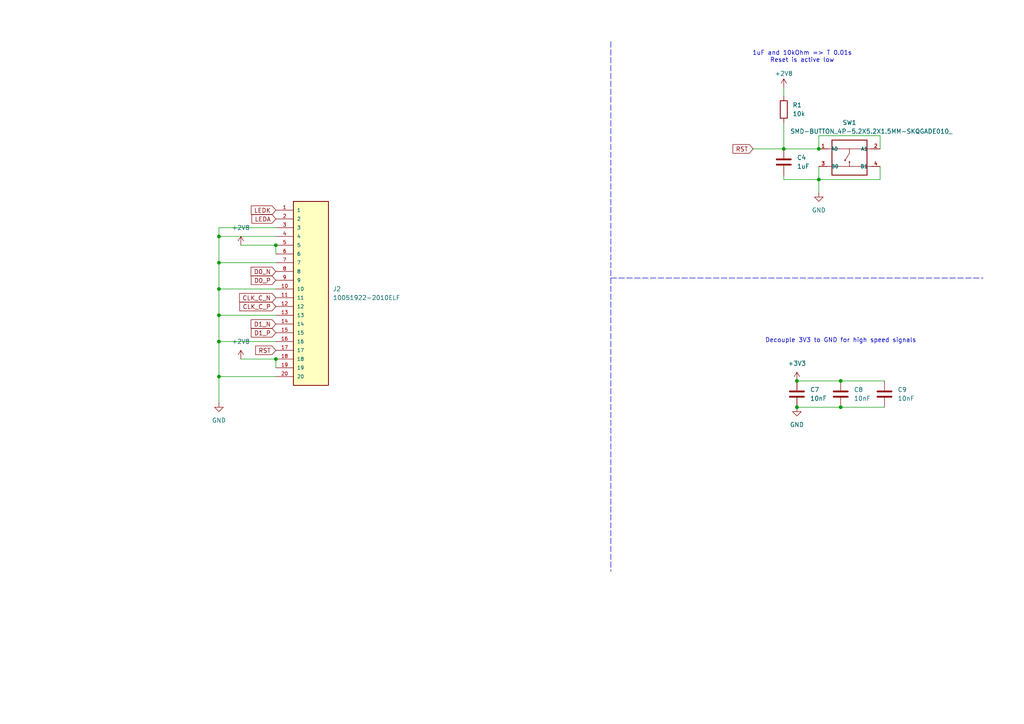
<source format=kicad_sch>
(kicad_sch (version 20231120) (generator "eeschema") (generator_version "8.0")
  (paper "A4")
  (lib_symbols
    (symbol "10051922-2010ELF:10051922-2010ELF" (pin_names (offset 1.016))
      (property "Reference" "J" (at -5.08 26.162 0))
      (property "Value" "10051922-2010ELF" (at -5.08 -30.48 0))
      (symbol "10051922-2010ELF_0_0"
        (rectangle (start -5.08 -27.94) (end 5.08 25.4) (stroke (width 0.254)) (fill (type background)))
        (pin passive line (at -10.16 22.86 0) (length 5.08) (name "1") (number "1"))
        (pin passive line (at -10.16 0 0) (length 5.08) (name "10") (number "10"))
        (pin passive line (at -10.16 -2.54 0) (length 5.08) (name "11") (number "11"))
        (pin passive line (at -10.16 -5.08 0) (length 5.08) (name "12") (number "12"))
        (pin passive line (at -10.16 -7.62 0) (length 5.08) (name "13") (number "13"))
        (pin passive line (at -10.16 -10.16 0) (length 5.08) (name "14") (number "14"))
        (pin passive line (at -10.16 -12.7 0) (length 5.08) (name "15") (number "15"))
        (pin passive line (at -10.16 -15.24 0) (length 5.08) (name "16") (number "16"))
        (pin passive line (at -10.16 -17.78 0) (length 5.08) (name "17") (number "17"))
        (pin passive line (at -10.16 -20.32 0) (length 5.08) (name "18") (number "18"))
        (pin passive line (at -10.16 -22.86 0) (length 5.08) (name "19") (number "19"))
        (pin passive line (at -10.16 20.32 0) (length 5.08) (name "2") (number "2"))
        (pin passive line (at -10.16 -25.4 0) (length 5.08) (name "20") (number "20"))
        (pin passive line (at -10.16 17.78 0) (length 5.08) (name "3") (number "3"))
        (pin passive line (at -10.16 15.24 0) (length 5.08) (name "4") (number "4"))
        (pin passive line (at -10.16 12.7 0) (length 5.08) (name "5") (number "5"))
        (pin passive line (at -10.16 10.16 0) (length 5.08) (name "6") (number "6"))
        (pin passive line (at -10.16 7.62 0) (length 5.08) (name "7") (number "7"))
        (pin passive line (at -10.16 5.08 0) (length 5.08) (name "8") (number "8"))
        (pin passive line (at -10.16 2.54 0) (length 5.08) (name "9") (number "9"))
      )
    )
    (symbol "Device:C" (pin_numbers hide) (pin_names (offset 0.254))
      (property "Reference" "C" (at 0.635 2.54 0))
      (property "Value" "C" (at 0.635 -2.54 0))
      (symbol "C_0_1"
        (polyline (pts (xy -2.032 -0.762) (xy 2.032 -0.762)) (stroke (width 0.508)))
        (polyline (pts (xy -2.032 0.762) (xy 2.032 0.762)) (stroke (width 0.508)))
      )
      (symbol "C_1_1"
        (pin passive line (at 0 3.81 270) (length 2.794) (name "~") (number "1"))
        (pin passive line (at 0 -3.81 90) (length 2.794) (name "~") (number "2"))
      )
    )
    (symbol "Device:R" (pin_numbers hide) (pin_names (offset 0))
      (property "Reference" "R" (at 2.032 0 90))
      (property "Value" "R" (at 0 0 90))
      (symbol "R_0_1"
        (rectangle (start -1.016 -2.54) (end 1.016 2.54) (stroke (width 0.254)))
      )
      (symbol "R_1_1"
        (pin passive line (at 0 3.81 270) (length 1.27) (name "~") (number "1"))
        (pin passive line (at 0 -3.81 90) (length 1.27) (name "~") (number "2"))
      )
    )
    (symbol "SMD-BUTTON_4P-5.2X5.2X1.5MM-SKQGADE010_:SMD-BUTTON_4P-5.2X5.2X1.5MM-SKQGADE010_" (pin_names (offset 1.016))
      (property "Reference" "SW" (at -5.0859 5.0859 0))
      (property "Value" "SMD-BUTTON_4P-5.2X5.2X1.5MM-SKQGADE010_" (at -5.0884 -6.3605 0))
      (symbol "SMD-BUTTON_4P-5.2X5.2X1.5MM-SKQGADE010__0_0"
        (circle (center -1.27 -0.762) (radius 0.1524))
        (circle (center 0 -1.27) (radius 0.1524))
        (polyline (pts (xy -6.35 -2.54) (xy -5.08 -2.54)) (stroke (width 0.1524)))
        (polyline (pts (xy -6.35 2.54) (xy -5.08 2.54)) (stroke (width 0.1524)))
        (polyline (pts (xy -5.08 -5.08) (xy -5.08 -2.54)) (stroke (width 0.254)))
        (polyline (pts (xy -5.08 -2.54) (xy -5.08 2.54)) (stroke (width 0.254)))
        (polyline (pts (xy -5.08 2.54) (xy -5.08 5.08)) (stroke (width 0.254)))
        (polyline (pts (xy -5.08 2.54) (xy 0 2.54)) (stroke (width 0.1524)))
        (polyline (pts (xy -5.08 5.08) (xy 5.08 5.08)) (stroke (width 0.254)))
        (polyline (pts (xy 0 -2.54) (xy -5.08 -2.54)) (stroke (width 0.1524)))
        (polyline (pts (xy 0 -2.54) (xy 5.08 -2.54)) (stroke (width 0.1524)))
        (polyline (pts (xy 0 -1.27) (xy 0 -2.54)) (stroke (width 0.1524)))
        (polyline (pts (xy 0 1.27) (xy -1.27 -0.762)) (stroke (width 0.1524)))
        (polyline (pts (xy 0 2.54) (xy 0 1.27)) (stroke (width 0.1524)))
        (polyline (pts (xy 0 2.54) (xy 5.08 2.54)) (stroke (width 0.1524)))
        (polyline (pts (xy 5.08 -5.08) (xy -5.08 -5.08)) (stroke (width 0.254)))
        (polyline (pts (xy 5.08 -2.54) (xy 5.08 -5.08)) (stroke (width 0.254)))
        (polyline (pts (xy 5.08 2.54) (xy 5.08 -2.54)) (stroke (width 0.254)))
        (polyline (pts (xy 5.08 5.08) (xy 5.08 2.54)) (stroke (width 0.254)))
        (polyline (pts (xy 6.35 -2.54) (xy 5.08 -2.54)) (stroke (width 0.1524)))
        (polyline (pts (xy 6.35 2.54) (xy 5.08 2.54)) (stroke (width 0.1524)))
        (pin bidirectional line (at -8.89 2.54 0) (length 2.54) (name "A0") (number "1"))
        (pin bidirectional line (at 8.89 2.54 180) (length 2.54) (name "A1") (number "2"))
        (pin bidirectional line (at -8.89 -2.54 0) (length 2.54) (name "B0") (number "3"))
        (pin bidirectional line (at 8.89 -2.54 180) (length 2.54) (name "B1") (number "4"))
      )
    )
    (symbol "power:+2V8" (power) (pin_numbers hide) (pin_names (offset 0) hide)
      (property "Value" "+2V8" (at 0 3.556 0))
      (symbol "+2V8_0_1"
        (polyline (pts (xy -0.762 1.27) (xy 0 2.54)))
        (polyline (pts (xy 0 0) (xy 0 2.54)))
        (polyline (pts (xy 0 2.54) (xy 0.762 1.27)))
      )
      (symbol "+2V8_1_1"
        (pin power_in line (at 0 0 90) (length 0) (name "~") (number "1"))
      )
    )
    (symbol "power:+3V3" (power) (pin_numbers hide) (pin_names (offset 0) hide)
      (property "Value" "+3V3" (at 0 3.556 0))
      (symbol "+3V3_0_1"
        (polyline (pts (xy -0.762 1.27) (xy 0 2.54)))
        (polyline (pts (xy 0 0) (xy 0 2.54)))
        (polyline (pts (xy 0 2.54) (xy 0.762 1.27)))
      )
      (symbol "+3V3_1_1"
        (pin power_in line (at 0 0 90) (length 0) (name "~") (number "1"))
      )
    )
    (symbol "power:GND" (power) (pin_numbers hide) (pin_names (offset 0) hide)
      (property "Value" "GND" (at 0 -3.81 0))
      (symbol "GND_0_1"
        (polyline (pts (xy 0 0) (xy 0 -1.27) (xy 1.27 -1.27) (xy 0 -2.54) (xy -1.27 -1.27) (xy 0 -1.27)))
      )
      (symbol "GND_1_1"
        (pin power_in line (at 0 0 270) (length 0) (name "~") (number "1"))
      )
    )
  )
  (junction (at 237.49 52.07))
  (junction (at 237.49 43.18))
  (junction (at 243.84 110.49))
  (junction (at 63.5 91.44))
  (junction (at 63.5 83.82))
  (junction (at 231.14 110.49))
  (junction (at 63.5 109.22))
  (junction (at 80.01 104.14))
  (junction (at 63.5 68.58))
  (junction (at 227.33 43.18))
  (junction (at 63.5 76.2))
  (junction (at 243.84 118.11))
  (junction (at 80.01 71.12))
  (junction (at 63.5 99.06))
  (junction (at 231.14 118.11))
  (wire (pts (xy 63.5 66.04) (xy 80.01 66.04)))
  (wire (pts (xy 243.84 110.49) (xy 256.54 110.49)))
  (polyline (pts (xy 177.165 12.065) (xy 177.165 165.735)) (stroke (width 0) (type dash)))
  (wire (pts (xy 231.14 110.49) (xy 243.84 110.49)))
  (wire (pts (xy 227.33 52.07) (xy 237.49 52.07)))
  (wire (pts (xy 227.33 43.18) (xy 227.33 35.56)))
  (wire (pts (xy 63.5 66.04) (xy 63.5 68.58)))
  (wire (pts (xy 227.33 52.07) (xy 227.33 50.8)))
  (wire (pts (xy 255.27 52.07) (xy 255.27 48.26)))
  (wire (pts (xy 80.01 104.14) (xy 80.01 106.68)))
  (wire (pts (xy 243.84 118.11) (xy 256.54 118.11)))
  (wire (pts (xy 80.01 71.12) (xy 80.01 73.66)))
  (wire (pts (xy 218.44 43.18) (xy 227.33 43.18)))
  (wire (pts (xy 237.49 52.07) (xy 255.27 52.07)))
  (wire (pts (xy 227.33 25.4) (xy 227.33 27.94)))
  (wire (pts (xy 63.5 76.2) (xy 63.5 83.82)))
  (wire (pts (xy 63.5 99.06) (xy 80.01 99.06)))
  (wire (pts (xy 255.27 39.37) (xy 237.49 39.37)))
  (wire (pts (xy 63.5 99.06) (xy 63.5 109.22)))
  (wire (pts (xy 63.5 109.22) (xy 80.01 109.22)))
  (wire (pts (xy 227.33 43.18) (xy 237.49 43.18)))
  (wire (pts (xy 237.49 52.07) (xy 237.49 48.26)))
  (wire (pts (xy 63.5 83.82) (xy 80.01 83.82)))
  (wire (pts (xy 63.5 91.44) (xy 80.01 91.44)))
  (polyline (pts (xy 177.165 80.645) (xy 285.115 80.645)) (stroke (width 0) (type dash)))
  (wire (pts (xy 231.14 118.11) (xy 243.84 118.11)))
  (wire (pts (xy 80.01 76.2) (xy 63.5 76.2)))
  (wire (pts (xy 63.5 83.82) (xy 63.5 91.44)))
  (wire (pts (xy 63.5 109.22) (xy 63.5 116.84)))
  (wire (pts (xy 255.27 43.18) (xy 255.27 39.37)))
  (wire (pts (xy 63.5 68.58) (xy 63.5 76.2)))
  (wire (pts (xy 237.49 55.88) (xy 237.49 52.07)))
  (wire (pts (xy 69.85 71.12) (xy 80.01 71.12)))
  (wire (pts (xy 69.85 104.14) (xy 80.01 104.14)))
  (wire (pts (xy 63.5 91.44) (xy 63.5 99.06)))
  (wire (pts (xy 237.49 39.37) (xy 237.49 43.18)))
  (wire (pts (xy 63.5 68.58) (xy 80.01 68.58)))
  (text "1uF and 10kOhm => T 0.01s\nReset is active low" (at 232.664 16.51 0) (effects (font (size 1.27 1.27))))
  (text "Decouple 3V3 to GND for high speed signals\n" (at 243.84 98.806 0) (effects (font (size 1.27 1.27))))
  (global_label "CLK_C_P" (shape input) (at 80.01 88.9 180) (property "Intersheetrefs" "${INTERSHEET_REFS}" (effects (hide yes))))
  (global_label "LEDK" (shape input) (at 80.01 60.96 180) (property "Intersheetrefs" "${INTERSHEET_REFS}" (effects (hide yes))))
  (global_label "D1_P" (shape input) (at 80.01 96.52 180) (property "Intersheetrefs" "${INTERSHEET_REFS}" (effects (hide yes))))
  (global_label "RST" (shape input) (at 80.01 101.6 180) (property "Intersheetrefs" "${INTERSHEET_REFS}" (effects (hide yes))))
  (global_label "D0_N" (shape input) (at 80.01 78.74 180) (property "Intersheetrefs" "${INTERSHEET_REFS}" (effects (hide yes))))
  (global_label "CLK_C_N" (shape input) (at 80.01 86.36 180) (property "Intersheetrefs" "${INTERSHEET_REFS}" (effects (hide yes))))
  (global_label "RST" (shape input) (at 218.44 43.18 180) (property "Intersheetrefs" "${INTERSHEET_REFS}" (effects (hide yes))))
  (global_label "LEDA" (shape input) (at 80.01 63.5 180) (property "Intersheetrefs" "${INTERSHEET_REFS}" (effects (hide yes))))
  (global_label "D0_P" (shape input) (at 80.01 81.28 180) (property "Intersheetrefs" "${INTERSHEET_REFS}" (effects (hide yes))))
  (global_label "D1_N" (shape input) (at 80.01 93.98 180) (property "Intersheetrefs" "${INTERSHEET_REFS}" (effects (hide yes))))
  (symbol (lib_id "Device:C") (at 243.84 114.3 0) (unit 1)
    (property "Reference" "C8" (at 247.65 113.0299 0) (effects (justify left)))
    (property "Value" "10nF" (at 247.65 115.5699 0) (effects (justify left)))
    (property "Footprint" "Capacitor_SMD:C_0603_1608Metric" (effects (hide yes)))
    (property "Description" "Unpolarized capacitor" (effects (hide yes)))
  )
  (symbol (lib_id "Device:C") (at 256.54 114.3 0) (unit 1)
    (property "Reference" "C9" (at 260.35 113.0299 0) (effects (justify left)))
    (property "Value" "10nF" (at 260.35 115.5699 0) (effects (justify left)))
    (property "Footprint" "Capacitor_SMD:C_0603_1608Metric" (effects (hide yes)))
    (property "Description" "Unpolarized capacitor" (effects (hide yes)))
  )
  (symbol (lib_id "Device:C") (at 231.14 114.3 0) (unit 1)
    (property "Reference" "C7" (at 234.95 113.0299 0) (effects (justify left)))
    (property "Value" "10nF" (at 234.95 115.5699 0) (effects (justify left)))
    (property "Footprint" "Capacitor_SMD:C_0603_1608Metric" (effects (hide yes)))
    (property "Description" "Unpolarized capacitor" (effects (hide yes)))
  )
  (symbol (lib_id "power:GND") (at 237.49 55.88 0) (unit 1)
    (property "Reference" "#PWR012" (effects (hide yes)))
    (property "Value" "GND" (at 237.49 60.96 0))
    (property "Description" "Power symbol creates a global label with name \"GND\" , ground" (effects (hide yes)))
  )
  (symbol (lib_id "Device:R") (at 227.33 31.75 0) (unit 1)
    (property "Reference" "R1" (at 229.87 30.4799 0) (effects (justify left)))
    (property "Value" "10k" (at 229.87 33.0199 0) (effects (justify left)))
    (property "Footprint" "Resistor_SMD:R_0603_1608Metric" (effects (hide yes)))
    (property "Description" "Resistor" (effects (hide yes)))
  )
  (symbol (lib_id "10051922-2010ELF:10051922-2010ELF") (at 90.17 83.82 0) (unit 1)
    (property "Reference" "J2" (at 96.52 83.8199 0) (effects (justify left)))
    (property "Value" "10051922-2010ELF" (at 96.52 86.3599 0) (effects (justify left)))
    (property "Footprint" "custom:AMPHENOL_10051922-2010ELF" (effects (hide yes)))
    (property "MF" "Amphenol ICC" (effects (hide yes)))
    (property "MAXIMUM_PACKAGE_HEIGHT" "3.37mm" (effects (hide yes)))
    (property "Package" "None" (effects (hide yes)))
    (property "Price" "None" (effects (hide yes)))
    (property "Check_prices" "https://www.snapeda.com/parts/10051922-2010ELF/Amphenol+FCI/view-part/?ref=eda" (effects (hide yes)))
    (property "STANDARD" "Manufacturer Recommendations" (effects (hide yes)))
    (property "PARTREV" "K" (effects (hide yes)))
    (property "SnapEDA_Link" "https://www.snapeda.com/parts/10051922-2010ELF/Amphenol+FCI/view-part/?ref=snap" (effects (hide yes)))
    (property "MP" "10051922-2010ELF" (effects (hide yes)))
    (property "Purchase-URL" "https://www.snapeda.com/api/url_track_click_mouser/?unipart_id=2873035&manufacturer=Amphenol ICC&part_name=10051922-2010ELF&search_term=None" (effects (hide yes)))
    (property "Description_1" "\n0.50mm Flex Connector, VLL Series, 20 Position, Lower Side Contact, Side Entry Surface Mount ZIF Connector, Lead Free Type.\n" (effects (hide yes)))
    (property "Availability" "In Stock" (effects (hide yes)))
    (property "MANUFACTURER" "Amphenol" (effects (hide yes)))
    (property "LCSC" "C3169799" (effects (hide yes)))
  )
  (symbol (lib_id "power:+2V8") (at 69.85 71.12 0) (unit 1)
    (property "Reference" "#PWR09" (effects (hide yes)))
    (property "Value" "+2V8" (at 69.85 66.04 0))
    (property "Description" "Power symbol creates a global label with name \"+2V8\"" (effects (hide yes)))
  )
  (symbol (lib_id "power:+2V8") (at 227.33 25.4 0) (unit 1)
    (property "Reference" "#PWR011" (effects (hide yes)))
    (property "Value" "+2V8" (at 227.33 21.336 0))
    (property "Description" "Power symbol creates a global label with name \"+2V8\"" (effects (hide yes)))
  )
  (symbol (lib_id "SMD-BUTTON_4P-5.2X5.2X1.5MM-SKQGADE010_:SMD-BUTTON_4P-5.2X5.2X1.5MM-SKQGADE010_") (at 246.38 45.72 0) (unit 1)
    (property "Reference" "SW1" (at 246.38 35.56 0))
    (property "Value" "SMD-BUTTON_4P-5.2X5.2X1.5MM-SKQGADE010_" (at 252.73 38.1 0))
    (property "Footprint" "custom:SW4-SMD-5.2X5.2X1.5MM" (effects (hide yes)))
    (property "MF" "ALPS" (effects (hide yes)))
    (property "Description_1" "\nSwitch Tactile N.O. SPST Round Button Gull Wing 0.05A 12VDC 2.55N SMD T/R\n" (effects (hide yes)))
    (property "Package" "SMD-4 ALPS" (effects (hide yes)))
    (property "Price" "None" (effects (hide yes)))
    (property "SnapEDA_Link" "https://www.snapeda.com/parts/SKQGADE010/ALPS/view-part/?ref=snap" (effects (hide yes)))
    (property "MP" "SKQGADE010" (effects (hide yes)))
    (property "Purchase-URL" "https://www.snapeda.com/api/url_track_click_mouser/?unipart_id=106172&manufacturer=ALPS&part_name=SKQGADE010&search_term=None" (effects (hide yes)))
    (property "Availability" "In Stock" (effects (hide yes)))
    (property "Check_prices" "https://www.snapeda.com/parts/SKQGADE010/ALPS/view-part/?ref=eda" (effects (hide yes)))
    (property "LCSC" "C116647" (effects (hide yes)))
  )
  (symbol (lib_id "power:+2V8") (at 69.85 104.14 0) (unit 1)
    (property "Reference" "#PWR07" (effects (hide yes)))
    (property "Value" "+2V8" (at 69.85 99.06 0))
    (property "Description" "Power symbol creates a global label with name \"+2V8\"" (effects (hide yes)))
  )
  (symbol (lib_id "Device:C") (at 227.33 46.99 0) (unit 1)
    (property "Reference" "C4" (at 231.14 45.7199 0) (effects (justify left)))
    (property "Value" "1uF" (at 231.14 48.2599 0) (effects (justify left)))
    (property "Footprint" "Capacitor_SMD:C_0603_1608Metric" (effects (hide yes)))
    (property "Description" "Unpolarized capacitor" (effects (hide yes)))
  )
  (symbol (lib_id "power:+3V3") (at 231.14 110.49 0) (unit 1)
    (property "Reference" "#PWR016" (effects (hide yes)))
    (property "Value" "+3V3" (at 231.14 105.41 0))
    (property "Description" "Power symbol creates a global label with name \"+3V3\"" (effects (hide yes)))
  )
  (symbol (lib_id "power:GND") (at 63.5 116.84 0) (unit 1)
    (property "Reference" "#PWR08" (effects (hide yes)))
    (property "Value" "GND" (at 63.5 121.92 0))
    (property "Description" "Power symbol creates a global label with name \"GND\" , ground" (effects (hide yes)))
  )
  (symbol (lib_id "power:GND") (at 231.14 118.11 0) (unit 1)
    (property "Reference" "#PWR017" (effects (hide yes)))
    (property "Value" "GND" (at 231.14 123.19 0))
    (property "Description" "Power symbol creates a global label with name \"GND\" , ground" (effects (hide yes)))
  )
)
</source>
